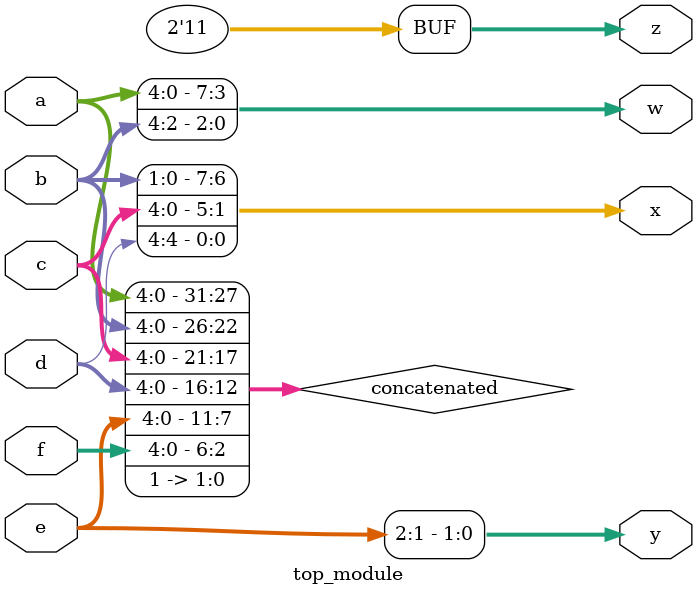
<source format=sv>
module top_module (
	input [4:0] a,
	input [4:0] b,
	input [4:0] c,
	input [4:0] d,
	input [4:0] e,
	input [4:0] f,
	output [7:0] w,
	output [7:0] x,
	output [7:8] y,
	output [7:8] z
);

    wire [31:0] concatenated;

    assign concatenated = {a, b, c, d, e, f, 2'b11};

    assign w = concatenated[31:24];
    assign x = concatenated[23:16];
    assign y = concatenated[15:8];
    assign z = concatenated[7:0];

endmodule

</source>
